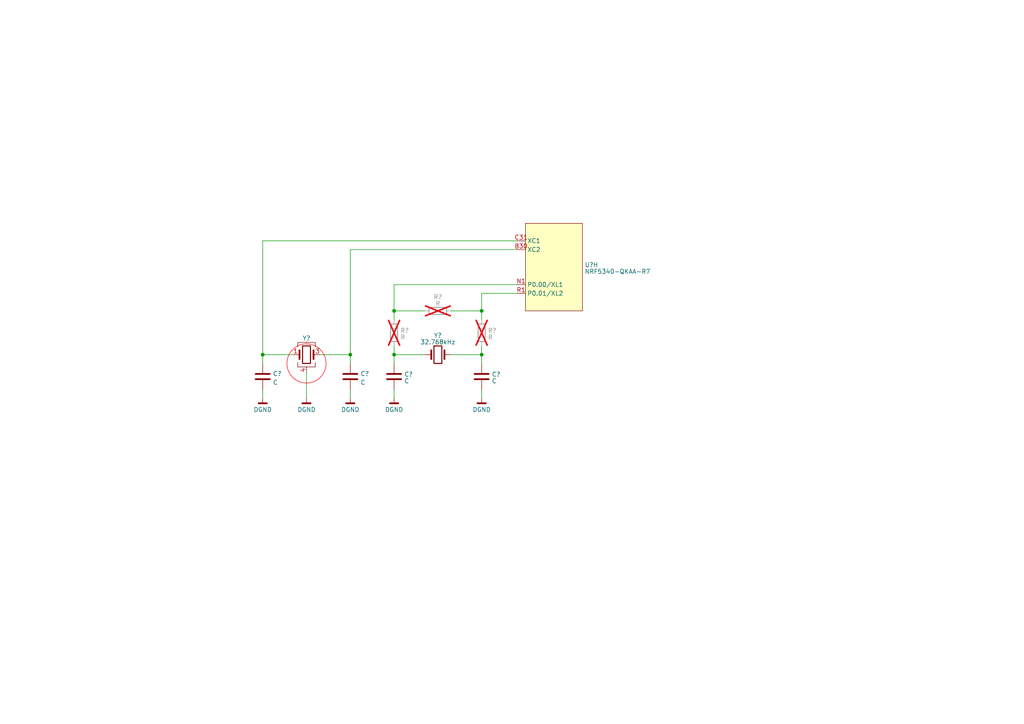
<source format=kicad_sch>
(kicad_sch (version 20230121) (generator eeschema)
  (paper "A4")
  (lib_symbols
    (symbol "0_power_symbols:DGND" (power) (pin_names (offset 0))
      (property "Value" "DGND" (at 0 -2.54 0))
      (symbol "DGND_0_1"
        (rectangle (start -1.27 -1.524) (end 1.27 -1.27) (stroke (width 0.254)) (fill (type outline)))
        (polyline (pts (xy 0 0) (xy 0 -1.524)))
      )
      (symbol "DGND_1_1"
        (pin power_in line (at 0 0 270) (length 0) hide (name "DGND") (number "1"))
      )
    )
    (symbol "1.Embedded.Specialized:NRF5340-QKAA-R7"
      (property "Reference" "U" (at 0 0 0))
      (property "Value" "NRF5340-QKAA-R7" (at 0 0 0))
      (symbol "NRF5340-QKAA-R7_1_0"
        (pin no_connect line (at 0 0 180) (length 2.54) hide (name "NC") (number "A1"))
        (pin no_connect line (at 0 0 180) (length 2.54) hide (name "NC") (number "A31"))
        (pin bidirectional line (at 38.1 -8.89 180) (length 2.54) (name "SWDIO") (number "AA31"))
        (pin input line (at 38.1 -3.81 180) (length 2.54) (name "~{RESET}") (number "AC31"))
        (pin no_connect line (at 0 0 180) (length 2.54) hide (name "NC") (number "AG31"))
        (pin bidirectional line (at 38.1 -13.97 180) (length 2.54) (name "P0.08/TRACEDATA[3]/SCK") (number "AH2"))
        (pin bidirectional line (at 38.1 -16.51 180) (length 2.54) (name "P0.09/TRACEDATA[2]/MOSI") (number "AJ1"))
        (pin bidirectional line (at 38.1 -36.83 180) (length 2.54) (name "P0.15/IO[2]") (number "AK10"))
        (pin bidirectional line (at 38.1 -41.91 180) (length 2.54) (name "P0.17/SCK") (number "AK12"))
        (pin bidirectional line (at 38.1 -44.45 180) (length 2.54) (name "P0.18/~{CS}") (number "AK14"))
        (pin bidirectional line (at 38.1 -19.05 180) (length 2.54) (name "P0.10/TRACEDATA[1]/MISO") (number "AK2"))
        (pin bidirectional line (at 38.1 -21.59 180) (length 2.54) (name "P0.11/TRACEDATA[0]/~{CS}") (number "AK4"))
        (pin bidirectional line (at 38.1 -24.13 180) (length 2.54) (name "P0.12/TRACECLK/DCX") (number "AK6"))
        (pin bidirectional line (at 38.1 -34.29 180) (length 2.54) (name "P0.14/IO[1]") (number "AK8"))
        (pin no_connect line (at 0 0 180) (length 2.54) hide (name "NC") (number "AL1"))
        (pin no_connect line (at 0 0 180) (length 2.54) hide (name "NC") (number "AL31"))
        (pin bidirectional line (at 38.1 -31.75 180) (length 2.54) (name "P0.13/IO[0]") (number "AL5"))
        (pin bidirectional line (at 38.1 -39.37 180) (length 2.54) (name "P0.16/IO[3]") (number "AL9"))
        (pin bidirectional line (at -2.54 -7.62 0) (length 2.54) (name "D+") (number "B2"))
        (pin bidirectional line (at -2.54 -5.08 0) (length 2.54) (name "D-") (number "B4"))
        (pin no_connect line (at 0 0 180) (length 2.54) hide (name "NC") (number "D2"))
        (pin no_connect line (at 0 0 180) (length 2.54) hide (name "NC") (number "F2"))
        (pin no_connect line (at 0 0 180) (length 2.54) hide (name "NC") (number "K2"))
        (pin no_connect line (at 0 0 180) (length 2.54) hide (name "NC") (number "T2"))
        (pin input clock (at 38.1 -6.35 180) (length 2.54) (name "SWDCLK") (number "W31"))
      )
      (symbol "NRF5340-QKAA-R7_1_1"
        (rectangle (start 0 0) (end 35.56 -48.26) (fill (type background)))
      )
      (symbol "NRF5340-QKAA-R7_2_0"
        (pin power_in line (at -2.54 -3.81 0) (length 2.54) (name "VDD1") (number "A19"))
        (pin power_in line (at -2.54 -6.35 0) (length 2.54) (name "DCC") (number "A21"))
        (pin power_in line (at -2.54 -19.05 0) (length 2.54) (name "DECR") (number "A27"))
        (pin bidirectional line (at 19.05 -16.51 180) (length 2.54) (name "P0.03/NFC2") (number "AA1"))
        (pin power_in line (at -2.54 -21.59 0) (length 2.54) (name "DECRF") (number "G31"))
        (pin bidirectional line (at 19.05 -11.43 180) (length 2.54) (name "ANT") (number "L31"))
        (pin bidirectional line (at 19.05 -13.97 180) (length 2.54) (name "P0.02/NFC1") (number "W1"))
      )
      (symbol "NRF5340-QKAA-R7_2_1"
        (rectangle (start 0 0) (end 16.51 -25.4) (fill (type background)))
        (text "(*)" (at 12.7 -2.54 0) (effects (font (size 1.27 1.27)) (justify left)))
      )
      (symbol "NRF5340-QKAA-R7_3_0"
        (pin power_in line (at -2.54 -21.59 0) (length 2.54) (name "DECD") (number "A15"))
        (pin power_in line (at -2.54 -6.35 0) (length 2.54) (name "DCCD") (number "B10"))
        (pin power_in line (at -2.54 -3.81 0) (length 2.54) (name "VDD2") (number "B8"))
      )
      (symbol "NRF5340-QKAA-R7_3_1"
        (rectangle (start 0 0) (end 16.51 -25.4) (fill (type background)))
        (text "(*)" (at 15.24 -2.54 0) (effects (font (size 1.27 1.27)) (justify right)))
      )
      (symbol "NRF5340-QKAA-R7_4_0"
        (pin power_in line (at -2.54 -22.86 0) (length 2.54) (name "VDDH") (number "E1"))
        (pin power_in line (at -2.54 -5.08 0) (length 2.54) (name "DCCH") (number "J1"))
        (pin power_in line (at -2.54 -2.54 0) (length 2.54) (name "VDD3") (number "L1"))
      )
      (symbol "NRF5340-QKAA-R7_4_1"
        (rectangle (start 0 0) (end 16.51 -25.4) (fill (type background)))
        (text "opt." (at 15.24 -2.54 0) (effects (font (size 1.27 1.27)) (justify right)))
      )
      (symbol "NRF5340-QKAA-R7_5_0"
        (pin power_in line (at -2.54 -22.86 0) (length 2.54) (name "VSS") (number "104"))
        (pin power_in line (at -2.54 -22.86 0) (length 2.54) hide (name "VSS") (number "35"))
        (pin power_in line (at -2.54 -22.86 0) (length 2.54) hide (name "VSS") (number "36"))
        (pin power_in line (at -2.54 -22.86 0) (length 2.54) hide (name "VSS") (number "37"))
        (pin power_in line (at -2.54 -22.86 0) (length 2.54) hide (name "VSS") (number "38"))
        (pin power_in line (at -2.54 -22.86 0) (length 2.54) hide (name "VSS") (number "39"))
        (pin power_in line (at -2.54 -22.86 0) (length 2.54) hide (name "VSS") (number "40"))
        (pin power_in line (at -2.54 -22.86 0) (length 2.54) hide (name "VSS") (number "41"))
        (pin power_in line (at -2.54 -22.86 0) (length 2.54) hide (name "VSS") (number "43"))
        (pin power_in line (at -2.54 -22.86 0) (length 2.54) hide (name "VSS") (number "44"))
        (pin power_in line (at -2.54 -22.86 0) (length 2.54) hide (name "VSS") (number "45"))
        (pin power_in line (at -2.54 -22.86 0) (length 2.54) hide (name "VSS") (number "46"))
        (pin power_in line (at -2.54 -22.86 0) (length 2.54) hide (name "VSS") (number "47"))
        (pin power_in line (at -2.54 -22.86 0) (length 2.54) hide (name "VSS") (number "48"))
        (pin power_in line (at -2.54 -22.86 0) (length 2.54) hide (name "VSS") (number "49"))
        (pin power_in line (at -2.54 -22.86 0) (length 2.54) hide (name "VSS") (number "50"))
        (pin power_in line (at -2.54 -22.86 0) (length 2.54) hide (name "VSS") (number "51"))
        (pin power_in line (at -2.54 -12.7 0) (length 2.54) (name "DECA") (number "A13"))
        (pin power_in line (at -2.54 -10.16 0) (length 2.54) (name "DECN") (number "A23"))
        (pin power_in line (at -2.54 -22.86 0) (length 2.54) hide (name "VSS") (number "A25"))
        (pin power_in line (at -2.54 -5.08 0) (length 2.54) (name "VBUS") (number "A5"))
        (pin power_in line (at -2.54 -2.54 0) (length 2.54) (name "VDD") (number "AC1"))
        (pin power_in line (at -2.54 -2.54 0) (length 2.54) hide (name "VDD") (number "AG1"))
        (pin power_in line (at -2.54 -2.54 0) (length 2.54) hide (name "VDD") (number "AJ31"))
        (pin power_in line (at -2.54 -2.54 0) (length 2.54) hide (name "VDD") (number "AL11"))
        (pin power_in line (at -2.54 -2.54 0) (length 2.54) hide (name "VDD") (number "AL17"))
        (pin power_in line (at -2.54 -2.54 0) (length 2.54) hide (name "VDD") (number "AL25"))
        (pin power_in line (at -2.54 -2.54 0) (length 2.54) hide (name "VDD") (number "AL3"))
        (pin power_in line (at -2.54 -2.54 0) (length 2.54) hide (name "VDD") (number "AL7"))
        (pin power_in line (at -2.54 -22.86 0) (length 2.54) hide (name "VSS") (number "B12"))
        (pin power_in line (at -2.54 -22.86 0) (length 2.54) hide (name "VSS") (number "B26"))
        (pin power_in line (at -2.54 -2.54 0) (length 2.54) hide (name "VDD") (number "B28"))
        (pin power_in line (at -2.54 -7.62 0) (length 2.54) (name "DECUSB") (number "B6"))
        (pin power_in line (at -2.54 -2.54 0) (length 2.54) hide (name "VDD") (number "C1"))
        (pin power_in line (at -2.54 -2.54 0) (length 2.54) hide (name "VDD") (number "E31"))
        (pin power_in line (at -2.54 -22.86 0) (length 2.54) hide (name "VSS") (number "G1"))
        (pin power_in line (at -2.54 -22.86 0) (length 2.54) hide (name "VSS") (number "H2"))
        (pin power_in line (at -2.54 -22.86 0) (length 2.54) hide (name "VSS") (number "J31"))
        (pin power_in line (at -2.54 -2.54 0) (length 2.54) hide (name "VDD") (number "N31"))
        (pin power_in line (at -2.54 -2.54 0) (length 2.54) hide (name "VDD") (number "U1"))
      )
      (symbol "NRF5340-QKAA-R7_5_1"
        (rectangle (start 0 0) (end 16.51 -25.4) (fill (type background)))
        (text "(*)" (at 15.24 -2.54 0) (effects (font (size 1.27 1.27)) (justify right)))
      )
      (symbol "NRF5340-QKAA-R7_6_0"
        (pin bidirectional line (at -2.54 -59.69 0) (length 2.54) (name "P1.13") (number "A17"))
        (pin bidirectional line (at -2.54 -31.75 0) (length 2.54) (name "P1.02/TWI") (number "AE1"))
        (pin bidirectional line (at -2.54 -34.29 0) (length 2.54) (name "P1.03/TWI") (number "AF2"))
        (pin bidirectional line (at -2.54 -6.35 0) (length 2.54) (name "P0.20") (number "AK16"))
        (pin bidirectional line (at -2.54 -11.43 0) (length 2.54) (name "P0.22") (number "AK18"))
        (pin bidirectional line (at -2.54 -13.97 0) (length 2.54) (name "P0.23") (number "AK20"))
        (pin bidirectional line (at -2.54 -39.37 0) (length 2.54) (name "P1.05") (number "AK22"))
        (pin bidirectional line (at -2.54 -44.45 0) (length 2.54) (name "P1.07") (number "AK24"))
        (pin bidirectional line (at -2.54 -49.53 0) (length 2.54) (name "P1.09") (number "AK26"))
        (pin bidirectional line (at -2.54 -3.81 0) (length 2.54) (name "P0.19") (number "AL13"))
        (pin bidirectional line (at -2.54 -8.89 0) (length 2.54) (name "P0.21") (number "AL15"))
        (pin bidirectional line (at -2.54 -36.83 0) (length 2.54) (name "P1.04") (number "AL19"))
        (pin bidirectional line (at -2.54 -41.91 0) (length 2.54) (name "P1.06") (number "AL21"))
        (pin bidirectional line (at -2.54 -46.99 0) (length 2.54) (name "P1.08") (number "AL23"))
        (pin bidirectional line (at -2.54 -16.51 0) (length 2.54) (name "P0.24") (number "AL27"))
        (pin bidirectional line (at -2.54 -64.77 0) (length 2.54) (name "P1.15") (number "B14"))
        (pin bidirectional line (at -2.54 -62.23 0) (length 2.54) (name "P1.14") (number "B16"))
        (pin bidirectional line (at -2.54 -57.15 0) (length 2.54) (name "P1.12") (number "B18"))
        (pin bidirectional line (at -2.54 -54.61 0) (length 2.54) (name "P1.11") (number "B20"))
        (pin bidirectional line (at -2.54 -24.13 0) (length 2.54) (name "P0.31") (number "B22"))
        (pin bidirectional line (at -2.54 -21.59 0) (length 2.54) (name "P0.30") (number "B24"))
        (pin bidirectional line (at -2.54 -26.67 0) (length 2.54) (name "P1.00") (number "M2"))
        (pin bidirectional line (at -2.54 -29.21 0) (length 2.54) (name "P1.01") (number "P2"))
        (pin bidirectional line (at -2.54 -52.07 0) (length 2.54) (name "P1.10") (number "R31"))
        (pin bidirectional line (at -2.54 -19.05 0) (length 2.54) (name "P0.29") (number "U31"))
      )
      (symbol "NRF5340-QKAA-R7_6_1"
        (rectangle (start 0 0) (end 16.51 -67.31) (fill (type background)))
      )
      (symbol "NRF5340-QKAA-R7_7_0"
        (pin bidirectional line (at -2.54 -7.62 0) (length 2.54) (name "P0.06/AIN2") (number "AB2"))
        (pin bidirectional line (at -2.54 -10.16 0) (length 2.54) (name "P0.07/AIN3") (number "AD2"))
        (pin bidirectional line (at -2.54 -22.86 0) (length 2.54) (name "P0.28/AIN7") (number "AE31"))
        (pin bidirectional line (at -2.54 -15.24 0) (length 2.54) (name "P0.25/AIN4") (number "AK28"))
        (pin bidirectional line (at -2.54 -20.32 0) (length 2.54) (name "P0.27/AIN6") (number "AK30"))
        (pin bidirectional line (at -2.54 -17.78 0) (length 2.54) (name "P0.26/AIN5") (number "AL29"))
        (pin bidirectional line (at -2.54 -2.54 0) (length 2.54) (name "P0.04/AIN0") (number "V2"))
        (pin bidirectional line (at -2.54 -5.08 0) (length 2.54) (name "P0.05/AIN1") (number "Y2"))
      )
      (symbol "NRF5340-QKAA-R7_7_1"
        (rectangle (start 0 0) (end 16.51 -25.4) (fill (type background)))
      )
      (symbol "NRF5340-QKAA-R7_8_0"
        (pin output line (at -2.54 -7.62 0) (length 2.54) (name "XC2") (number "B30"))
        (pin input line (at -2.54 -5.08 0) (length 2.54) (name "XC1") (number "C31"))
        (pin bidirectional line (at -2.54 -17.78 0) (length 2.54) (name "P0.00/XL1") (number "N1"))
        (pin bidirectional line (at -2.54 -20.32 0) (length 2.54) (name "P0.01/XL2") (number "R1"))
      )
      (symbol "NRF5340-QKAA-R7_8_1"
        (rectangle (start 0 0) (end 16.51 -25.4) (fill (type background)))
      )
    )
    (symbol "1.Logic.Oscillators_Resonators:32MHz-ECS-320-8-37B2-7KM-TR" (pin_names (offset 1.016) hide)
      (property "Reference" "Y" (at 3.175 5.08 0))
      (property "Value" "32MHz-ECS-320-8-37B2-7KM-TR" (at 3.175 3.175 0))
      (symbol "32MHz-ECS-320-8-37B2-7KM-TR_0_1"
        (rectangle (start -1.143 2.54) (end 1.143 -2.54) (stroke (width 0.3048)))
        (polyline (pts (xy -2.54 0) (xy -2.032 0)))
        (polyline (pts (xy -2.032 -1.27) (xy -2.032 1.27)) (stroke (width 0.508)))
        (polyline (pts (xy 0 -3.81) (xy 0 -3.556)))
        (polyline (pts (xy 0 3.556) (xy 0 3.81)))
        (polyline (pts (xy 2.032 -1.27) (xy 2.032 1.27)) (stroke (width 0.508)))
        (polyline (pts (xy 2.032 0) (xy 2.54 0)))
        (polyline (pts (xy -2.54 -2.286) (xy -2.54 -3.556) (xy 2.54 -3.556) (xy 2.54 -2.286)))
        (polyline (pts (xy -2.54 2.286) (xy -2.54 3.556) (xy 2.54 3.556) (xy 2.54 2.286)))
      )
      (symbol "32MHz-ECS-320-8-37B2-7KM-TR_1_1"
        (pin passive line (at -3.81 0 0) (length 1.27) (name "1") (number "1"))
        (pin passive line (at 0 -5.08 90) (length 1.27) hide (name "2") (number "2"))
        (pin passive line (at 3.81 0 180) (length 1.27) (name "3") (number "3"))
        (pin passive line (at 0 -5.08 90) (length 1.27) (name "4") (number "4"))
      )
    )
    (symbol "Device:C" (pin_numbers hide) (pin_names (offset 0.254))
      (property "Reference" "C" (at 0.635 2.54 0))
      (property "Value" "C" (at 0.635 -2.54 0))
      (symbol "C_0_1"
        (polyline (pts (xy -2.032 -0.762) (xy 2.032 -0.762)) (stroke (width 0.508)))
        (polyline (pts (xy -2.032 0.762) (xy 2.032 0.762)) (stroke (width 0.508)))
      )
      (symbol "C_1_1"
        (pin passive line (at 0 3.81 270) (length 2.794) (name "~") (number "1"))
        (pin passive line (at 0 -3.81 90) (length 2.794) (name "~") (number "2"))
      )
    )
    (symbol "Device:Crystal" (pin_numbers hide) (pin_names (offset 1.016) hide)
      (property "Reference" "Y" (at 0 3.81 0))
      (property "Value" "Crystal" (at 0 -3.81 0))
      (symbol "Crystal_0_1"
        (rectangle (start -1.143 2.54) (end 1.143 -2.54) (stroke (width 0.3048)))
        (polyline (pts (xy -2.54 0) (xy -1.905 0)))
        (polyline (pts (xy -1.905 -1.27) (xy -1.905 1.27)) (stroke (width 0.508)))
        (polyline (pts (xy 1.905 -1.27) (xy 1.905 1.27)) (stroke (width 0.508)))
        (polyline (pts (xy 2.54 0) (xy 1.905 0)))
      )
      (symbol "Crystal_1_1"
        (pin passive line (at -3.81 0 0) (length 1.27) (name "1") (number "1"))
        (pin passive line (at 3.81 0 180) (length 1.27) (name "2") (number "2"))
      )
    )
    (symbol "Device:R" (pin_numbers hide) (pin_names (offset 0))
      (property "Reference" "R" (at 2.032 0 90))
      (property "Value" "R" (at 0 0 90))
      (symbol "R_0_1"
        (rectangle (start -1.016 -2.54) (end 1.016 2.54) (stroke (width 0.254)))
      )
      (symbol "R_1_1"
        (pin passive line (at 0 3.81 270) (length 1.27) (name "~") (number "1"))
        (pin passive line (at 0 -3.81 90) (length 1.27) (name "~") (number "2"))
      )
    )
  )
  (junction (at 76.2 102.87))
  (junction (at 139.7 90.17))
  (junction (at 114.3 102.87))
  (junction (at 101.6 102.87))
  (junction (at 114.3 90.17))
  (junction (at 139.7 102.87))
  (wire (pts (xy 114.3 100.33) (xy 114.3 102.87)))
  (wire (pts (xy 130.81 102.87) (xy 139.7 102.87)))
  (wire (pts (xy 149.86 82.55) (xy 114.3 82.55)))
  (wire (pts (xy 139.7 102.87) (xy 139.7 105.41)))
  (wire (pts (xy 76.2 102.87) (xy 85.09 102.87)))
  (wire (pts (xy 76.2 69.85) (xy 76.2 102.87)))
  (wire (pts (xy 114.3 90.17) (xy 114.3 92.71)))
  (wire (pts (xy 101.6 102.87) (xy 101.6 105.41)))
  (wire (pts (xy 139.7 90.17) (xy 130.81 90.17)))
  (wire (pts (xy 114.3 113.03) (xy 114.3 115.57)))
  (wire (pts (xy 92.71 102.87) (xy 101.6 102.87)))
  (wire (pts (xy 139.7 85.09) (xy 149.86 85.09)))
  (wire (pts (xy 101.6 113.03) (xy 101.6 115.57)))
  (wire (pts (xy 149.86 69.85) (xy 76.2 69.85)))
  (wire (pts (xy 76.2 113.03) (xy 76.2 115.57)))
  (wire (pts (xy 114.3 102.87) (xy 114.3 105.41)))
  (wire (pts (xy 123.19 90.17) (xy 114.3 90.17)))
  (wire (pts (xy 114.3 82.55) (xy 114.3 90.17)))
  (wire (pts (xy 139.7 100.33) (xy 139.7 102.87)))
  (wire (pts (xy 76.2 102.87) (xy 76.2 105.41)))
  (wire (pts (xy 139.7 92.71) (xy 139.7 90.17)))
  (wire (pts (xy 101.6 72.39) (xy 149.86 72.39)))
  (wire (pts (xy 139.7 90.17) (xy 139.7 85.09)))
  (wire (pts (xy 88.9 107.95) (xy 88.9 115.57)))
  (wire (pts (xy 139.7 113.03) (xy 139.7 115.57)))
  (wire (pts (xy 101.6 72.39) (xy 101.6 102.87)))
  (wire (pts (xy 123.19 102.87) (xy 114.3 102.87)))
  (circle (center 88.9 105.41) (radius 5.6796) (stroke (width 0) (color 255 0 0 1)))
  (symbol (lib_id "Device:C") (at 101.6 109.22 0) (unit 1)
    (property "Reference" "C?" (at 104.521 108.3853 0) (effects (justify left)))
    (property "Value" "C" (at 104.521 110.9222 0) (effects (justify left)))
    (property "Footprint" "Capacitor_SMD:C_0201_0603Metric" (effects hide))
    (instances (project "friendly-keyboard" (path "" (reference "C?") (unit 1)) (path "" (reference "C?") (unit 1)) (path "" (reference "C28") (unit 1)) (path "" (reference "C?") (unit 1))))
  )
  (symbol (lib_id "0_power_symbols:DGND") (at 88.9 115.57 0) (unit 1)
    (property "Reference" "#PWR045" (effects hide))
    (property "Value" "DGND" (at 88.9 118.8165 0))
  )
  (symbol (lib_id "1.Embedded.Specialized:NRF5340-QKAA-R7") (at 152.4 64.77 0) (unit 8)
    (property "Reference" "U?" (at 169.545 76.8263 0) (effects (justify left)))
    (property "Value" "NRF5340-QKAA-R7" (at 169.545 78.7473 0) (effects (justify left)))
    (property "Footprint" "0:NRF5340-QKAA-R7" (effects hide))
    (property "Datasheet" "https://infocenter.nordicsemi.com/pdf/nRF5340_PS_v1.2.pdf" (effects hide))
    (instances (project "friendly-keyboard" (path "" (reference "U?") (unit 8)) (path "" (reference "U?") (unit 8)) (path "" (reference "U4") (unit 8))))
  )
  (symbol (lib_id "Device:R") (at 114.3 96.52 180) (unit 1) (dnp yes)
    (property "Reference" "R?" (at 116.078 95.8763 0) (effects (justify right)))
    (property "Value" "R" (at 116.078 97.7973 0) (effects (justify right)))
    (instances (project "friendly-keyboard" (path "" (reference "R?") (unit 1)) (path "" (reference "R?") (unit 1)) (path "" (reference "R17") (unit 1)) (path "" (reference "R?") (unit 1))))
  )
  (symbol (lib_id "Device:R") (at 127 90.17 90) (unit 1) (dnp yes)
    (property "Reference" "R?" (at 127 86.1441 90))
    (property "Value" "R" (at 127 88.0651 90))
    (instances (project "friendly-keyboard" (path "" (reference "R?") (unit 1)) (path "" (reference "R?") (unit 1)) (path "" (reference "R18") (unit 1)) (path "" (reference "R?") (unit 1))))
  )
  (symbol (lib_id "0_power_symbols:DGND") (at 101.6 115.57 0) (unit 1)
    (property "Reference" "#PWR046" (effects hide))
    (property "Value" "DGND" (at 101.6 118.8165 0))
  )
  (symbol (lib_id "0_power_symbols:DGND") (at 139.7 115.57 0) (unit 1)
    (property "Reference" "#PWR048" (effects hide))
    (property "Value" "DGND" (at 139.7 118.8165 0))
  )
  (symbol (lib_id "Device:C") (at 114.3 109.22 0) (unit 1)
    (property "Reference" "C?" (at 117.221 108.5763 0) (effects (justify left)))
    (property "Value" "C" (at 117.221 110.4973 0) (effects (justify left)))
    (instances (project "friendly-keyboard" (path "" (reference "C?") (unit 1)) (path "" (reference "C?") (unit 1)) (path "" (reference "C29") (unit 1)) (path "" (reference "C?") (unit 1))))
  )
  (symbol (lib_id "0_power_symbols:DGND") (at 76.2 115.57 0) (unit 1)
    (property "Reference" "#PWR044" (effects hide))
    (property "Value" "DGND" (at 76.2 118.8165 0))
  )
  (symbol (lib_id "Device:R") (at 139.7 96.52 180) (unit 1) (dnp yes)
    (property "Reference" "R?" (at 141.478 95.8763 0) (effects (justify right)))
    (property "Value" "R" (at 141.478 97.7973 0) (effects (justify right)))
    (instances (project "friendly-keyboard" (path "" (reference "R?") (unit 1)) (path "" (reference "R?") (unit 1)) (path "" (reference "R19") (unit 1)) (path "" (reference "R?") (unit 1))))
  )
  (symbol (lib_id "Device:Crystal") (at 127 102.87 0) (unit 1)
    (property "Reference" "Y?" (at 127 97.2947 0))
    (property "Value" "32.768kHz" (at 127 99.2157 0))
    (property "Footprint" "Crystal:Crystal_SMD_TXC_9HT11-2Pin_2.0x1.2mm" (effects hide))
    (instances (project "friendly-keyboard" (path "" (reference "Y?") (unit 1)) (path "" (reference "Y?") (unit 1)) (path "" (reference "Y2") (unit 1)) (path "" (reference "Y?") (unit 1))))
  )
  (symbol (lib_id "0_power_symbols:DGND") (at 114.3 115.57 0) (unit 1)
    (property "Reference" "#PWR047" (effects hide))
    (property "Value" "DGND" (at 114.3 118.8165 0))
  )
  (symbol (lib_id "Device:C") (at 139.7 109.22 0) (unit 1)
    (property "Reference" "C?" (at 142.621 108.5763 0) (effects (justify left)))
    (property "Value" "C" (at 142.621 110.4973 0) (effects (justify left)))
    (instances (project "friendly-keyboard" (path "" (reference "C?") (unit 1)) (path "" (reference "C?") (unit 1)) (path "" (reference "C30") (unit 1)) (path "" (reference "C?") (unit 1))))
  )
  (symbol (lib_id "Device:C") (at 76.2 109.22 0) (unit 1)
    (property "Reference" "C?" (at 79.121 108.3853 0) (effects (justify left)))
    (property "Value" "C" (at 79.121 110.9222 0) (effects (justify left)))
    (property "Footprint" "Capacitor_SMD:C_0201_0603Metric" (effects hide))
    (instances (project "friendly-keyboard" (path "" (reference "C?") (unit 1)) (path "" (reference "C?") (unit 1)) (path "" (reference "C27") (unit 1)) (path "" (reference "C?") (unit 1))))
  )
  (symbol (lib_id "1.Logic.Oscillators_Resonators:32MHz-ECS-320-8-37B2-7KM-TR") (at 88.9 102.87 0) (unit 1)
    (property "Reference" "Y?" (at 88.9 98.0981 0))
    (property "Value" "32MHz-ECS-320-8-37B2-7KM-TR" (effects hide))
    (property "Footprint" "Crystal:Crystal_SMD_2016-4Pin_2.0x1.6mm" (effects hide))
    (property "Datasheet" "https://ecsxtal.com/store/pdf/ECX-1637B2.pdf" (effects hide))
    (instances (project "friendly-keyboard" (path "" (reference "Y?") (unit 1)) (path "" (reference "Y?") (unit 1)) (path "" (reference "Y1") (unit 1)) (path "" (reference "Y?") (unit 1))))
  )
)
</source>
